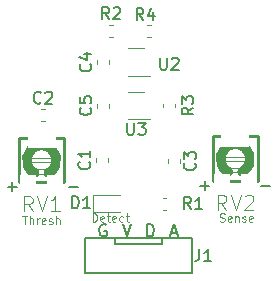
<source format=gto>
G04 #@! TF.GenerationSoftware,KiCad,Pcbnew,(5.1.2)-1*
G04 #@! TF.CreationDate,2021-06-27T22:03:38+09:00*
G04 #@! TF.ProjectId,ls,6c732e6b-6963-4616-945f-706362585858,v1.0*
G04 #@! TF.SameCoordinates,Original*
G04 #@! TF.FileFunction,Legend,Top*
G04 #@! TF.FilePolarity,Positive*
%FSLAX46Y46*%
G04 Gerber Fmt 4.6, Leading zero omitted, Abs format (unit mm)*
G04 Created by KiCad (PCBNEW (5.1.2)-1) date 2021-06-27 22:03:38*
%MOMM*%
%LPD*%
G04 APERTURE LIST*
%ADD10C,0.100000*%
%ADD11C,0.150000*%
%ADD12C,0.120000*%
%ADD13C,0.066040*%
%ADD14C,0.254000*%
%ADD15C,0.812800*%
%ADD16C,0.101600*%
%ADD17C,3.302000*%
%ADD18R,0.752000X0.502000*%
%ADD19R,1.399940X1.501540*%
%ADD20R,2.400700X1.600600*%
%ADD21C,0.977000*%
%ADD22O,1.626000X1.902000*%
G04 APERTURE END LIST*
D10*
X143616666Y-105616666D02*
X143616666Y-104916666D01*
X143783333Y-104916666D01*
X143883333Y-104950000D01*
X143950000Y-105016666D01*
X143983333Y-105083333D01*
X144016666Y-105216666D01*
X144016666Y-105316666D01*
X143983333Y-105450000D01*
X143950000Y-105516666D01*
X143883333Y-105583333D01*
X143783333Y-105616666D01*
X143616666Y-105616666D01*
X144583333Y-105583333D02*
X144516666Y-105616666D01*
X144383333Y-105616666D01*
X144316666Y-105583333D01*
X144283333Y-105516666D01*
X144283333Y-105250000D01*
X144316666Y-105183333D01*
X144383333Y-105150000D01*
X144516666Y-105150000D01*
X144583333Y-105183333D01*
X144616666Y-105250000D01*
X144616666Y-105316666D01*
X144283333Y-105383333D01*
X144816666Y-105150000D02*
X145083333Y-105150000D01*
X144916666Y-104916666D02*
X144916666Y-105516666D01*
X144950000Y-105583333D01*
X145016666Y-105616666D01*
X145083333Y-105616666D01*
X145583333Y-105583333D02*
X145516666Y-105616666D01*
X145383333Y-105616666D01*
X145316666Y-105583333D01*
X145283333Y-105516666D01*
X145283333Y-105250000D01*
X145316666Y-105183333D01*
X145383333Y-105150000D01*
X145516666Y-105150000D01*
X145583333Y-105183333D01*
X145616666Y-105250000D01*
X145616666Y-105316666D01*
X145283333Y-105383333D01*
X146216666Y-105583333D02*
X146150000Y-105616666D01*
X146016666Y-105616666D01*
X145950000Y-105583333D01*
X145916666Y-105550000D01*
X145883333Y-105483333D01*
X145883333Y-105283333D01*
X145916666Y-105216666D01*
X145950000Y-105183333D01*
X146016666Y-105150000D01*
X146150000Y-105150000D01*
X146216666Y-105183333D01*
X146416666Y-105150000D02*
X146683333Y-105150000D01*
X146516666Y-104916666D02*
X146516666Y-105516666D01*
X146550000Y-105583333D01*
X146616666Y-105616666D01*
X146683333Y-105616666D01*
D11*
X141619047Y-102671428D02*
X142380952Y-102671428D01*
X136419047Y-102671428D02*
X137180952Y-102671428D01*
X136800000Y-103052380D02*
X136800000Y-102290476D01*
X157919047Y-102571428D02*
X158680952Y-102571428D01*
X152719047Y-102571428D02*
X153480952Y-102571428D01*
X153100000Y-102952380D02*
X153100000Y-102190476D01*
D10*
X137666666Y-105116666D02*
X138066666Y-105116666D01*
X137866666Y-105816666D02*
X137866666Y-105116666D01*
X138300000Y-105816666D02*
X138300000Y-105116666D01*
X138600000Y-105816666D02*
X138600000Y-105450000D01*
X138566666Y-105383333D01*
X138500000Y-105350000D01*
X138400000Y-105350000D01*
X138333333Y-105383333D01*
X138300000Y-105416666D01*
X138933333Y-105816666D02*
X138933333Y-105350000D01*
X138933333Y-105483333D02*
X138966666Y-105416666D01*
X139000000Y-105383333D01*
X139066666Y-105350000D01*
X139133333Y-105350000D01*
X139633333Y-105783333D02*
X139566666Y-105816666D01*
X139433333Y-105816666D01*
X139366666Y-105783333D01*
X139333333Y-105716666D01*
X139333333Y-105450000D01*
X139366666Y-105383333D01*
X139433333Y-105350000D01*
X139566666Y-105350000D01*
X139633333Y-105383333D01*
X139666666Y-105450000D01*
X139666666Y-105516666D01*
X139333333Y-105583333D01*
X139933333Y-105783333D02*
X140000000Y-105816666D01*
X140133333Y-105816666D01*
X140200000Y-105783333D01*
X140233333Y-105716666D01*
X140233333Y-105683333D01*
X140200000Y-105616666D01*
X140133333Y-105583333D01*
X140033333Y-105583333D01*
X139966666Y-105550000D01*
X139933333Y-105483333D01*
X139933333Y-105450000D01*
X139966666Y-105383333D01*
X140033333Y-105350000D01*
X140133333Y-105350000D01*
X140200000Y-105383333D01*
X140533333Y-105816666D02*
X140533333Y-105116666D01*
X140833333Y-105816666D02*
X140833333Y-105450000D01*
X140800000Y-105383333D01*
X140733333Y-105350000D01*
X140633333Y-105350000D01*
X140566666Y-105383333D01*
X140533333Y-105416666D01*
X154400000Y-105583333D02*
X154500000Y-105616666D01*
X154666666Y-105616666D01*
X154733333Y-105583333D01*
X154766666Y-105550000D01*
X154800000Y-105483333D01*
X154800000Y-105416666D01*
X154766666Y-105350000D01*
X154733333Y-105316666D01*
X154666666Y-105283333D01*
X154533333Y-105250000D01*
X154466666Y-105216666D01*
X154433333Y-105183333D01*
X154400000Y-105116666D01*
X154400000Y-105050000D01*
X154433333Y-104983333D01*
X154466666Y-104950000D01*
X154533333Y-104916666D01*
X154700000Y-104916666D01*
X154800000Y-104950000D01*
X155366666Y-105583333D02*
X155300000Y-105616666D01*
X155166666Y-105616666D01*
X155100000Y-105583333D01*
X155066666Y-105516666D01*
X155066666Y-105250000D01*
X155100000Y-105183333D01*
X155166666Y-105150000D01*
X155300000Y-105150000D01*
X155366666Y-105183333D01*
X155400000Y-105250000D01*
X155400000Y-105316666D01*
X155066666Y-105383333D01*
X155700000Y-105150000D02*
X155700000Y-105616666D01*
X155700000Y-105216666D02*
X155733333Y-105183333D01*
X155800000Y-105150000D01*
X155900000Y-105150000D01*
X155966666Y-105183333D01*
X156000000Y-105250000D01*
X156000000Y-105616666D01*
X156300000Y-105583333D02*
X156366666Y-105616666D01*
X156500000Y-105616666D01*
X156566666Y-105583333D01*
X156600000Y-105516666D01*
X156600000Y-105483333D01*
X156566666Y-105416666D01*
X156500000Y-105383333D01*
X156400000Y-105383333D01*
X156333333Y-105350000D01*
X156300000Y-105283333D01*
X156300000Y-105250000D01*
X156333333Y-105183333D01*
X156400000Y-105150000D01*
X156500000Y-105150000D01*
X156566666Y-105183333D01*
X157166666Y-105583333D02*
X157100000Y-105616666D01*
X156966666Y-105616666D01*
X156900000Y-105583333D01*
X156866666Y-105516666D01*
X156866666Y-105250000D01*
X156900000Y-105183333D01*
X156966666Y-105150000D01*
X157100000Y-105150000D01*
X157166666Y-105183333D01*
X157200000Y-105250000D01*
X157200000Y-105316666D01*
X156866666Y-105383333D01*
D12*
X148000000Y-94640000D02*
X146600000Y-94640000D01*
X146600000Y-96960000D02*
X148500000Y-96960000D01*
X148000000Y-90940000D02*
X146600000Y-90940000D01*
X146600000Y-93260000D02*
X148500000Y-93260000D01*
D13*
X155052300Y-101448080D02*
X156347700Y-101448080D01*
X156347700Y-101448080D02*
X156347700Y-101049300D01*
X155052300Y-101049300D02*
X156347700Y-101049300D01*
X155052300Y-101448080D02*
X155052300Y-101049300D01*
X154650980Y-100449860D02*
X156749020Y-100449860D01*
X156749020Y-100449860D02*
X156749020Y-100150140D01*
X154650980Y-100150140D02*
X156749020Y-100150140D01*
X154650980Y-100449860D02*
X154650980Y-100150140D01*
D14*
X153800080Y-98400080D02*
X153800080Y-102199920D01*
X153800080Y-102199920D02*
X157599920Y-102199920D01*
X157599920Y-102199920D02*
X157599920Y-98400080D01*
X157599920Y-98400080D02*
X153800080Y-98400080D01*
X153800080Y-101448080D02*
X153800080Y-98400080D01*
X153800080Y-98400080D02*
X154351260Y-98400080D01*
X157599920Y-101448080D02*
X157599920Y-98400080D01*
X157599920Y-98400080D02*
X157048740Y-98400080D01*
D15*
X156301669Y-101398602D02*
G75*
G03X155100560Y-101399820I-601669J1098602D01*
G01*
D13*
X138652300Y-101548080D02*
X139947700Y-101548080D01*
X139947700Y-101548080D02*
X139947700Y-101149300D01*
X138652300Y-101149300D02*
X139947700Y-101149300D01*
X138652300Y-101548080D02*
X138652300Y-101149300D01*
X138250980Y-100549860D02*
X140349020Y-100549860D01*
X140349020Y-100549860D02*
X140349020Y-100250140D01*
X138250980Y-100250140D02*
X140349020Y-100250140D01*
X138250980Y-100549860D02*
X138250980Y-100250140D01*
D14*
X137400080Y-98500080D02*
X137400080Y-102299920D01*
X137400080Y-102299920D02*
X141199920Y-102299920D01*
X141199920Y-102299920D02*
X141199920Y-98500080D01*
X141199920Y-98500080D02*
X137400080Y-98500080D01*
X137400080Y-101548080D02*
X137400080Y-98500080D01*
X137400080Y-98500080D02*
X137951260Y-98500080D01*
X141199920Y-101548080D02*
X141199920Y-98500080D01*
X141199920Y-98500080D02*
X140648740Y-98500080D01*
D15*
X139901669Y-101498602D02*
G75*
G03X138700560Y-101499820I-601669J1098602D01*
G01*
D12*
X148550779Y-88990000D02*
X148225221Y-88990000D01*
X148550779Y-90010000D02*
X148225221Y-90010000D01*
X150610000Y-95950279D02*
X150610000Y-95624721D01*
X149590000Y-95950279D02*
X149590000Y-95624721D01*
X145374779Y-88990000D02*
X145049221Y-88990000D01*
X145374779Y-90010000D02*
X145049221Y-90010000D01*
X149549221Y-104610000D02*
X149874779Y-104610000D01*
X149549221Y-103590000D02*
X149874779Y-103590000D01*
D11*
X143000000Y-107000000D02*
X147500000Y-107000000D01*
X143000000Y-110000000D02*
X143000000Y-107000000D01*
X152000000Y-110000000D02*
X143000000Y-110000000D01*
X152000000Y-107000000D02*
X152000000Y-110000000D01*
X147500000Y-107000000D02*
X152000000Y-107000000D01*
X149500000Y-107500000D02*
X149500000Y-107000000D01*
X145500000Y-107500000D02*
X149500000Y-107500000D01*
X145500000Y-107000000D02*
X145500000Y-107500000D01*
D12*
X143627000Y-104835000D02*
X145912000Y-104835000D01*
X143627000Y-103365000D02*
X143627000Y-104835000D01*
X145912000Y-103365000D02*
X143627000Y-103365000D01*
X145010000Y-95962779D02*
X145010000Y-95637221D01*
X143990000Y-95962779D02*
X143990000Y-95637221D01*
X145010000Y-92275279D02*
X145010000Y-91949721D01*
X143990000Y-92275279D02*
X143990000Y-91949721D01*
X151010000Y-100662779D02*
X151010000Y-100337221D01*
X149990000Y-100662779D02*
X149990000Y-100337221D01*
X139249221Y-97110000D02*
X139574779Y-97110000D01*
X139249221Y-96090000D02*
X139574779Y-96090000D01*
X144910000Y-100550779D02*
X144910000Y-100225221D01*
X143890000Y-100550779D02*
X143890000Y-100225221D01*
D11*
X146538095Y-97252380D02*
X146538095Y-98061904D01*
X146585714Y-98157142D01*
X146633333Y-98204761D01*
X146728571Y-98252380D01*
X146919047Y-98252380D01*
X147014285Y-98204761D01*
X147061904Y-98157142D01*
X147109523Y-98061904D01*
X147109523Y-97252380D01*
X147490476Y-97252380D02*
X148109523Y-97252380D01*
X147776190Y-97633333D01*
X147919047Y-97633333D01*
X148014285Y-97680952D01*
X148061904Y-97728571D01*
X148109523Y-97823809D01*
X148109523Y-98061904D01*
X148061904Y-98157142D01*
X148014285Y-98204761D01*
X147919047Y-98252380D01*
X147633333Y-98252380D01*
X147538095Y-98204761D01*
X147490476Y-98157142D01*
X149338095Y-91752380D02*
X149338095Y-92561904D01*
X149385714Y-92657142D01*
X149433333Y-92704761D01*
X149528571Y-92752380D01*
X149719047Y-92752380D01*
X149814285Y-92704761D01*
X149861904Y-92657142D01*
X149909523Y-92561904D01*
X149909523Y-91752380D01*
X150338095Y-91847619D02*
X150385714Y-91800000D01*
X150480952Y-91752380D01*
X150719047Y-91752380D01*
X150814285Y-91800000D01*
X150861904Y-91847619D01*
X150909523Y-91942857D01*
X150909523Y-92038095D01*
X150861904Y-92180952D01*
X150290476Y-92752380D01*
X150909523Y-92752380D01*
D16*
X154944047Y-104624523D02*
X154520714Y-104019761D01*
X154218333Y-104624523D02*
X154218333Y-103354523D01*
X154702142Y-103354523D01*
X154823095Y-103415000D01*
X154883571Y-103475476D01*
X154944047Y-103596428D01*
X154944047Y-103777857D01*
X154883571Y-103898809D01*
X154823095Y-103959285D01*
X154702142Y-104019761D01*
X154218333Y-104019761D01*
X155306904Y-103354523D02*
X155730238Y-104624523D01*
X156153571Y-103354523D01*
X156516428Y-103475476D02*
X156576904Y-103415000D01*
X156697857Y-103354523D01*
X157000238Y-103354523D01*
X157121190Y-103415000D01*
X157181666Y-103475476D01*
X157242142Y-103596428D01*
X157242142Y-103717380D01*
X157181666Y-103898809D01*
X156455952Y-104624523D01*
X157242142Y-104624523D01*
X138544047Y-104724523D02*
X138120714Y-104119761D01*
X137818333Y-104724523D02*
X137818333Y-103454523D01*
X138302142Y-103454523D01*
X138423095Y-103515000D01*
X138483571Y-103575476D01*
X138544047Y-103696428D01*
X138544047Y-103877857D01*
X138483571Y-103998809D01*
X138423095Y-104059285D01*
X138302142Y-104119761D01*
X137818333Y-104119761D01*
X138906904Y-103454523D02*
X139330238Y-104724523D01*
X139753571Y-103454523D01*
X140842142Y-104724523D02*
X140116428Y-104724523D01*
X140479285Y-104724523D02*
X140479285Y-103454523D01*
X140358333Y-103635952D01*
X140237380Y-103756904D01*
X140116428Y-103817380D01*
D11*
X147921333Y-88552380D02*
X147588000Y-88076190D01*
X147349904Y-88552380D02*
X147349904Y-87552380D01*
X147730857Y-87552380D01*
X147826095Y-87600000D01*
X147873714Y-87647619D01*
X147921333Y-87742857D01*
X147921333Y-87885714D01*
X147873714Y-87980952D01*
X147826095Y-88028571D01*
X147730857Y-88076190D01*
X147349904Y-88076190D01*
X148778476Y-87885714D02*
X148778476Y-88552380D01*
X148540380Y-87504761D02*
X148302285Y-88219047D01*
X148921333Y-88219047D01*
X152152380Y-95954166D02*
X151676190Y-96287500D01*
X152152380Y-96525595D02*
X151152380Y-96525595D01*
X151152380Y-96144642D01*
X151200000Y-96049404D01*
X151247619Y-96001785D01*
X151342857Y-95954166D01*
X151485714Y-95954166D01*
X151580952Y-96001785D01*
X151628571Y-96049404D01*
X151676190Y-96144642D01*
X151676190Y-96525595D01*
X151152380Y-95620833D02*
X151152380Y-95001785D01*
X151533333Y-95335119D01*
X151533333Y-95192261D01*
X151580952Y-95097023D01*
X151628571Y-95049404D01*
X151723809Y-95001785D01*
X151961904Y-95001785D01*
X152057142Y-95049404D01*
X152104761Y-95097023D01*
X152152380Y-95192261D01*
X152152380Y-95477976D01*
X152104761Y-95573214D01*
X152057142Y-95620833D01*
X145032833Y-88452380D02*
X144699500Y-87976190D01*
X144461404Y-88452380D02*
X144461404Y-87452380D01*
X144842357Y-87452380D01*
X144937595Y-87500000D01*
X144985214Y-87547619D01*
X145032833Y-87642857D01*
X145032833Y-87785714D01*
X144985214Y-87880952D01*
X144937595Y-87928571D01*
X144842357Y-87976190D01*
X144461404Y-87976190D01*
X145413785Y-87547619D02*
X145461404Y-87500000D01*
X145556642Y-87452380D01*
X145794738Y-87452380D01*
X145889976Y-87500000D01*
X145937595Y-87547619D01*
X145985214Y-87642857D01*
X145985214Y-87738095D01*
X145937595Y-87880952D01*
X145366166Y-88452380D01*
X145985214Y-88452380D01*
X151945333Y-104542380D02*
X151612000Y-104066190D01*
X151373904Y-104542380D02*
X151373904Y-103542380D01*
X151754857Y-103542380D01*
X151850095Y-103590000D01*
X151897714Y-103637619D01*
X151945333Y-103732857D01*
X151945333Y-103875714D01*
X151897714Y-103970952D01*
X151850095Y-104018571D01*
X151754857Y-104066190D01*
X151373904Y-104066190D01*
X152897714Y-104542380D02*
X152326285Y-104542380D01*
X152612000Y-104542380D02*
X152612000Y-103542380D01*
X152516761Y-103685238D01*
X152421523Y-103780476D01*
X152326285Y-103828095D01*
X152666666Y-107952380D02*
X152666666Y-108666666D01*
X152619047Y-108809523D01*
X152523809Y-108904761D01*
X152380952Y-108952380D01*
X152285714Y-108952380D01*
X153666666Y-108952380D02*
X153095238Y-108952380D01*
X153380952Y-108952380D02*
X153380952Y-107952380D01*
X153285714Y-108095238D01*
X153190476Y-108190476D01*
X153095238Y-108238095D01*
X144761904Y-105900000D02*
X144666666Y-105852380D01*
X144523809Y-105852380D01*
X144380952Y-105900000D01*
X144285714Y-105995238D01*
X144238095Y-106090476D01*
X144190476Y-106280952D01*
X144190476Y-106423809D01*
X144238095Y-106614285D01*
X144285714Y-106709523D01*
X144380952Y-106804761D01*
X144523809Y-106852380D01*
X144619047Y-106852380D01*
X144761904Y-106804761D01*
X144809523Y-106757142D01*
X144809523Y-106423809D01*
X144619047Y-106423809D01*
X146166666Y-105852380D02*
X146500000Y-106852380D01*
X146833333Y-105852380D01*
X148238095Y-106852380D02*
X148238095Y-105852380D01*
X148476190Y-105852380D01*
X148619047Y-105900000D01*
X148714285Y-105995238D01*
X148761904Y-106090476D01*
X148809523Y-106280952D01*
X148809523Y-106423809D01*
X148761904Y-106614285D01*
X148714285Y-106709523D01*
X148619047Y-106804761D01*
X148476190Y-106852380D01*
X148238095Y-106852380D01*
X150261904Y-106566666D02*
X150738095Y-106566666D01*
X150166666Y-106852380D02*
X150500000Y-105852380D01*
X150833333Y-106852380D01*
X141883904Y-104472380D02*
X141883904Y-103472380D01*
X142122000Y-103472380D01*
X142264857Y-103520000D01*
X142360095Y-103615238D01*
X142407714Y-103710476D01*
X142455333Y-103900952D01*
X142455333Y-104043809D01*
X142407714Y-104234285D01*
X142360095Y-104329523D01*
X142264857Y-104424761D01*
X142122000Y-104472380D01*
X141883904Y-104472380D01*
X143407714Y-104472380D02*
X142836285Y-104472380D01*
X143122000Y-104472380D02*
X143122000Y-103472380D01*
X143026761Y-103615238D01*
X142931523Y-103710476D01*
X142836285Y-103758095D01*
X143427142Y-95966666D02*
X143474761Y-96014285D01*
X143522380Y-96157142D01*
X143522380Y-96252380D01*
X143474761Y-96395238D01*
X143379523Y-96490476D01*
X143284285Y-96538095D01*
X143093809Y-96585714D01*
X142950952Y-96585714D01*
X142760476Y-96538095D01*
X142665238Y-96490476D01*
X142570000Y-96395238D01*
X142522380Y-96252380D01*
X142522380Y-96157142D01*
X142570000Y-96014285D01*
X142617619Y-95966666D01*
X142522380Y-95061904D02*
X142522380Y-95538095D01*
X142998571Y-95585714D01*
X142950952Y-95538095D01*
X142903333Y-95442857D01*
X142903333Y-95204761D01*
X142950952Y-95109523D01*
X142998571Y-95061904D01*
X143093809Y-95014285D01*
X143331904Y-95014285D01*
X143427142Y-95061904D01*
X143474761Y-95109523D01*
X143522380Y-95204761D01*
X143522380Y-95442857D01*
X143474761Y-95538095D01*
X143427142Y-95585714D01*
X143427142Y-92279166D02*
X143474761Y-92326785D01*
X143522380Y-92469642D01*
X143522380Y-92564880D01*
X143474761Y-92707738D01*
X143379523Y-92802976D01*
X143284285Y-92850595D01*
X143093809Y-92898214D01*
X142950952Y-92898214D01*
X142760476Y-92850595D01*
X142665238Y-92802976D01*
X142570000Y-92707738D01*
X142522380Y-92564880D01*
X142522380Y-92469642D01*
X142570000Y-92326785D01*
X142617619Y-92279166D01*
X142855714Y-91422023D02*
X143522380Y-91422023D01*
X142474761Y-91660119D02*
X143189047Y-91898214D01*
X143189047Y-91279166D01*
X152257142Y-100666666D02*
X152304761Y-100714285D01*
X152352380Y-100857142D01*
X152352380Y-100952380D01*
X152304761Y-101095238D01*
X152209523Y-101190476D01*
X152114285Y-101238095D01*
X151923809Y-101285714D01*
X151780952Y-101285714D01*
X151590476Y-101238095D01*
X151495238Y-101190476D01*
X151400000Y-101095238D01*
X151352380Y-100952380D01*
X151352380Y-100857142D01*
X151400000Y-100714285D01*
X151447619Y-100666666D01*
X151352380Y-100333333D02*
X151352380Y-99714285D01*
X151733333Y-100047619D01*
X151733333Y-99904761D01*
X151780952Y-99809523D01*
X151828571Y-99761904D01*
X151923809Y-99714285D01*
X152161904Y-99714285D01*
X152257142Y-99761904D01*
X152304761Y-99809523D01*
X152352380Y-99904761D01*
X152352380Y-100190476D01*
X152304761Y-100285714D01*
X152257142Y-100333333D01*
X139245333Y-95527142D02*
X139197714Y-95574761D01*
X139054857Y-95622380D01*
X138959619Y-95622380D01*
X138816761Y-95574761D01*
X138721523Y-95479523D01*
X138673904Y-95384285D01*
X138626285Y-95193809D01*
X138626285Y-95050952D01*
X138673904Y-94860476D01*
X138721523Y-94765238D01*
X138816761Y-94670000D01*
X138959619Y-94622380D01*
X139054857Y-94622380D01*
X139197714Y-94670000D01*
X139245333Y-94717619D01*
X139626285Y-94717619D02*
X139673904Y-94670000D01*
X139769142Y-94622380D01*
X140007238Y-94622380D01*
X140102476Y-94670000D01*
X140150095Y-94717619D01*
X140197714Y-94812857D01*
X140197714Y-94908095D01*
X140150095Y-95050952D01*
X139578666Y-95622380D01*
X140197714Y-95622380D01*
X143327142Y-100554666D02*
X143374761Y-100602285D01*
X143422380Y-100745142D01*
X143422380Y-100840380D01*
X143374761Y-100983238D01*
X143279523Y-101078476D01*
X143184285Y-101126095D01*
X142993809Y-101173714D01*
X142850952Y-101173714D01*
X142660476Y-101126095D01*
X142565238Y-101078476D01*
X142470000Y-100983238D01*
X142422380Y-100840380D01*
X142422380Y-100745142D01*
X142470000Y-100602285D01*
X142517619Y-100554666D01*
X143422380Y-99602285D02*
X143422380Y-100173714D01*
X143422380Y-99888000D02*
X142422380Y-99888000D01*
X142565238Y-99983238D01*
X142660476Y-100078476D01*
X142708095Y-100173714D01*
%LPC*%
D17*
X157000000Y-112000000D03*
X157000000Y-88000000D03*
X138000000Y-112000000D03*
X138000000Y-88000000D03*
D18*
X146350000Y-96450000D03*
X146350000Y-95150000D03*
X148250000Y-95800000D03*
X148250000Y-95150000D03*
X148250000Y-96450000D03*
X146350000Y-92750000D03*
X146350000Y-91450000D03*
X148250000Y-92100000D03*
X148250000Y-91450000D03*
X148250000Y-92750000D03*
D19*
X154551920Y-102349780D03*
D20*
X155700000Y-98501680D03*
D19*
X156848080Y-102349780D03*
X138151920Y-102449780D03*
D20*
X139300000Y-98601680D03*
D19*
X140448080Y-102449780D03*
D10*
G36*
X147868691Y-88975176D02*
G01*
X147892401Y-88978693D01*
X147915652Y-88984517D01*
X147938220Y-88992592D01*
X147959889Y-89002841D01*
X147980448Y-89015164D01*
X147999701Y-89029442D01*
X148017461Y-89045539D01*
X148033558Y-89063299D01*
X148047836Y-89082552D01*
X148060159Y-89103111D01*
X148070408Y-89124780D01*
X148078483Y-89147348D01*
X148084307Y-89170599D01*
X148087824Y-89194309D01*
X148089000Y-89218250D01*
X148089000Y-89781750D01*
X148087824Y-89805691D01*
X148084307Y-89829401D01*
X148078483Y-89852652D01*
X148070408Y-89875220D01*
X148060159Y-89896889D01*
X148047836Y-89917448D01*
X148033558Y-89936701D01*
X148017461Y-89954461D01*
X147999701Y-89970558D01*
X147980448Y-89984836D01*
X147959889Y-89997159D01*
X147938220Y-90007408D01*
X147915652Y-90015483D01*
X147892401Y-90021307D01*
X147868691Y-90024824D01*
X147844750Y-90026000D01*
X147356250Y-90026000D01*
X147332309Y-90024824D01*
X147308599Y-90021307D01*
X147285348Y-90015483D01*
X147262780Y-90007408D01*
X147241111Y-89997159D01*
X147220552Y-89984836D01*
X147201299Y-89970558D01*
X147183539Y-89954461D01*
X147167442Y-89936701D01*
X147153164Y-89917448D01*
X147140841Y-89896889D01*
X147130592Y-89875220D01*
X147122517Y-89852652D01*
X147116693Y-89829401D01*
X147113176Y-89805691D01*
X147112000Y-89781750D01*
X147112000Y-89218250D01*
X147113176Y-89194309D01*
X147116693Y-89170599D01*
X147122517Y-89147348D01*
X147130592Y-89124780D01*
X147140841Y-89103111D01*
X147153164Y-89082552D01*
X147167442Y-89063299D01*
X147183539Y-89045539D01*
X147201299Y-89029442D01*
X147220552Y-89015164D01*
X147241111Y-89002841D01*
X147262780Y-88992592D01*
X147285348Y-88984517D01*
X147308599Y-88978693D01*
X147332309Y-88975176D01*
X147356250Y-88974000D01*
X147844750Y-88974000D01*
X147868691Y-88975176D01*
X147868691Y-88975176D01*
G37*
D21*
X147600500Y-89500000D03*
D10*
G36*
X149443691Y-88975176D02*
G01*
X149467401Y-88978693D01*
X149490652Y-88984517D01*
X149513220Y-88992592D01*
X149534889Y-89002841D01*
X149555448Y-89015164D01*
X149574701Y-89029442D01*
X149592461Y-89045539D01*
X149608558Y-89063299D01*
X149622836Y-89082552D01*
X149635159Y-89103111D01*
X149645408Y-89124780D01*
X149653483Y-89147348D01*
X149659307Y-89170599D01*
X149662824Y-89194309D01*
X149664000Y-89218250D01*
X149664000Y-89781750D01*
X149662824Y-89805691D01*
X149659307Y-89829401D01*
X149653483Y-89852652D01*
X149645408Y-89875220D01*
X149635159Y-89896889D01*
X149622836Y-89917448D01*
X149608558Y-89936701D01*
X149592461Y-89954461D01*
X149574701Y-89970558D01*
X149555448Y-89984836D01*
X149534889Y-89997159D01*
X149513220Y-90007408D01*
X149490652Y-90015483D01*
X149467401Y-90021307D01*
X149443691Y-90024824D01*
X149419750Y-90026000D01*
X148931250Y-90026000D01*
X148907309Y-90024824D01*
X148883599Y-90021307D01*
X148860348Y-90015483D01*
X148837780Y-90007408D01*
X148816111Y-89997159D01*
X148795552Y-89984836D01*
X148776299Y-89970558D01*
X148758539Y-89954461D01*
X148742442Y-89936701D01*
X148728164Y-89917448D01*
X148715841Y-89896889D01*
X148705592Y-89875220D01*
X148697517Y-89852652D01*
X148691693Y-89829401D01*
X148688176Y-89805691D01*
X148687000Y-89781750D01*
X148687000Y-89218250D01*
X148688176Y-89194309D01*
X148691693Y-89170599D01*
X148697517Y-89147348D01*
X148705592Y-89124780D01*
X148715841Y-89103111D01*
X148728164Y-89082552D01*
X148742442Y-89063299D01*
X148758539Y-89045539D01*
X148776299Y-89029442D01*
X148795552Y-89015164D01*
X148816111Y-89002841D01*
X148837780Y-88992592D01*
X148860348Y-88984517D01*
X148883599Y-88978693D01*
X148907309Y-88975176D01*
X148931250Y-88974000D01*
X149419750Y-88974000D01*
X149443691Y-88975176D01*
X149443691Y-88975176D01*
G37*
D21*
X149175500Y-89500000D03*
D10*
G36*
X150405691Y-94512676D02*
G01*
X150429401Y-94516193D01*
X150452652Y-94522017D01*
X150475220Y-94530092D01*
X150496889Y-94540341D01*
X150517448Y-94552664D01*
X150536701Y-94566942D01*
X150554461Y-94583039D01*
X150570558Y-94600799D01*
X150584836Y-94620052D01*
X150597159Y-94640611D01*
X150607408Y-94662280D01*
X150615483Y-94684848D01*
X150621307Y-94708099D01*
X150624824Y-94731809D01*
X150626000Y-94755750D01*
X150626000Y-95244250D01*
X150624824Y-95268191D01*
X150621307Y-95291901D01*
X150615483Y-95315152D01*
X150607408Y-95337720D01*
X150597159Y-95359389D01*
X150584836Y-95379948D01*
X150570558Y-95399201D01*
X150554461Y-95416961D01*
X150536701Y-95433058D01*
X150517448Y-95447336D01*
X150496889Y-95459659D01*
X150475220Y-95469908D01*
X150452652Y-95477983D01*
X150429401Y-95483807D01*
X150405691Y-95487324D01*
X150381750Y-95488500D01*
X149818250Y-95488500D01*
X149794309Y-95487324D01*
X149770599Y-95483807D01*
X149747348Y-95477983D01*
X149724780Y-95469908D01*
X149703111Y-95459659D01*
X149682552Y-95447336D01*
X149663299Y-95433058D01*
X149645539Y-95416961D01*
X149629442Y-95399201D01*
X149615164Y-95379948D01*
X149602841Y-95359389D01*
X149592592Y-95337720D01*
X149584517Y-95315152D01*
X149578693Y-95291901D01*
X149575176Y-95268191D01*
X149574000Y-95244250D01*
X149574000Y-94755750D01*
X149575176Y-94731809D01*
X149578693Y-94708099D01*
X149584517Y-94684848D01*
X149592592Y-94662280D01*
X149602841Y-94640611D01*
X149615164Y-94620052D01*
X149629442Y-94600799D01*
X149645539Y-94583039D01*
X149663299Y-94566942D01*
X149682552Y-94552664D01*
X149703111Y-94540341D01*
X149724780Y-94530092D01*
X149747348Y-94522017D01*
X149770599Y-94516193D01*
X149794309Y-94512676D01*
X149818250Y-94511500D01*
X150381750Y-94511500D01*
X150405691Y-94512676D01*
X150405691Y-94512676D01*
G37*
D21*
X150100000Y-95000000D03*
D10*
G36*
X150405691Y-96087676D02*
G01*
X150429401Y-96091193D01*
X150452652Y-96097017D01*
X150475220Y-96105092D01*
X150496889Y-96115341D01*
X150517448Y-96127664D01*
X150536701Y-96141942D01*
X150554461Y-96158039D01*
X150570558Y-96175799D01*
X150584836Y-96195052D01*
X150597159Y-96215611D01*
X150607408Y-96237280D01*
X150615483Y-96259848D01*
X150621307Y-96283099D01*
X150624824Y-96306809D01*
X150626000Y-96330750D01*
X150626000Y-96819250D01*
X150624824Y-96843191D01*
X150621307Y-96866901D01*
X150615483Y-96890152D01*
X150607408Y-96912720D01*
X150597159Y-96934389D01*
X150584836Y-96954948D01*
X150570558Y-96974201D01*
X150554461Y-96991961D01*
X150536701Y-97008058D01*
X150517448Y-97022336D01*
X150496889Y-97034659D01*
X150475220Y-97044908D01*
X150452652Y-97052983D01*
X150429401Y-97058807D01*
X150405691Y-97062324D01*
X150381750Y-97063500D01*
X149818250Y-97063500D01*
X149794309Y-97062324D01*
X149770599Y-97058807D01*
X149747348Y-97052983D01*
X149724780Y-97044908D01*
X149703111Y-97034659D01*
X149682552Y-97022336D01*
X149663299Y-97008058D01*
X149645539Y-96991961D01*
X149629442Y-96974201D01*
X149615164Y-96954948D01*
X149602841Y-96934389D01*
X149592592Y-96912720D01*
X149584517Y-96890152D01*
X149578693Y-96866901D01*
X149575176Y-96843191D01*
X149574000Y-96819250D01*
X149574000Y-96330750D01*
X149575176Y-96306809D01*
X149578693Y-96283099D01*
X149584517Y-96259848D01*
X149592592Y-96237280D01*
X149602841Y-96215611D01*
X149615164Y-96195052D01*
X149629442Y-96175799D01*
X149645539Y-96158039D01*
X149663299Y-96141942D01*
X149682552Y-96127664D01*
X149703111Y-96115341D01*
X149724780Y-96105092D01*
X149747348Y-96097017D01*
X149770599Y-96091193D01*
X149794309Y-96087676D01*
X149818250Y-96086500D01*
X150381750Y-96086500D01*
X150405691Y-96087676D01*
X150405691Y-96087676D01*
G37*
D21*
X150100000Y-96575000D03*
D10*
G36*
X144692691Y-88975176D02*
G01*
X144716401Y-88978693D01*
X144739652Y-88984517D01*
X144762220Y-88992592D01*
X144783889Y-89002841D01*
X144804448Y-89015164D01*
X144823701Y-89029442D01*
X144841461Y-89045539D01*
X144857558Y-89063299D01*
X144871836Y-89082552D01*
X144884159Y-89103111D01*
X144894408Y-89124780D01*
X144902483Y-89147348D01*
X144908307Y-89170599D01*
X144911824Y-89194309D01*
X144913000Y-89218250D01*
X144913000Y-89781750D01*
X144911824Y-89805691D01*
X144908307Y-89829401D01*
X144902483Y-89852652D01*
X144894408Y-89875220D01*
X144884159Y-89896889D01*
X144871836Y-89917448D01*
X144857558Y-89936701D01*
X144841461Y-89954461D01*
X144823701Y-89970558D01*
X144804448Y-89984836D01*
X144783889Y-89997159D01*
X144762220Y-90007408D01*
X144739652Y-90015483D01*
X144716401Y-90021307D01*
X144692691Y-90024824D01*
X144668750Y-90026000D01*
X144180250Y-90026000D01*
X144156309Y-90024824D01*
X144132599Y-90021307D01*
X144109348Y-90015483D01*
X144086780Y-90007408D01*
X144065111Y-89997159D01*
X144044552Y-89984836D01*
X144025299Y-89970558D01*
X144007539Y-89954461D01*
X143991442Y-89936701D01*
X143977164Y-89917448D01*
X143964841Y-89896889D01*
X143954592Y-89875220D01*
X143946517Y-89852652D01*
X143940693Y-89829401D01*
X143937176Y-89805691D01*
X143936000Y-89781750D01*
X143936000Y-89218250D01*
X143937176Y-89194309D01*
X143940693Y-89170599D01*
X143946517Y-89147348D01*
X143954592Y-89124780D01*
X143964841Y-89103111D01*
X143977164Y-89082552D01*
X143991442Y-89063299D01*
X144007539Y-89045539D01*
X144025299Y-89029442D01*
X144044552Y-89015164D01*
X144065111Y-89002841D01*
X144086780Y-88992592D01*
X144109348Y-88984517D01*
X144132599Y-88978693D01*
X144156309Y-88975176D01*
X144180250Y-88974000D01*
X144668750Y-88974000D01*
X144692691Y-88975176D01*
X144692691Y-88975176D01*
G37*
D21*
X144424500Y-89500000D03*
D10*
G36*
X146267691Y-88975176D02*
G01*
X146291401Y-88978693D01*
X146314652Y-88984517D01*
X146337220Y-88992592D01*
X146358889Y-89002841D01*
X146379448Y-89015164D01*
X146398701Y-89029442D01*
X146416461Y-89045539D01*
X146432558Y-89063299D01*
X146446836Y-89082552D01*
X146459159Y-89103111D01*
X146469408Y-89124780D01*
X146477483Y-89147348D01*
X146483307Y-89170599D01*
X146486824Y-89194309D01*
X146488000Y-89218250D01*
X146488000Y-89781750D01*
X146486824Y-89805691D01*
X146483307Y-89829401D01*
X146477483Y-89852652D01*
X146469408Y-89875220D01*
X146459159Y-89896889D01*
X146446836Y-89917448D01*
X146432558Y-89936701D01*
X146416461Y-89954461D01*
X146398701Y-89970558D01*
X146379448Y-89984836D01*
X146358889Y-89997159D01*
X146337220Y-90007408D01*
X146314652Y-90015483D01*
X146291401Y-90021307D01*
X146267691Y-90024824D01*
X146243750Y-90026000D01*
X145755250Y-90026000D01*
X145731309Y-90024824D01*
X145707599Y-90021307D01*
X145684348Y-90015483D01*
X145661780Y-90007408D01*
X145640111Y-89997159D01*
X145619552Y-89984836D01*
X145600299Y-89970558D01*
X145582539Y-89954461D01*
X145566442Y-89936701D01*
X145552164Y-89917448D01*
X145539841Y-89896889D01*
X145529592Y-89875220D01*
X145521517Y-89852652D01*
X145515693Y-89829401D01*
X145512176Y-89805691D01*
X145511000Y-89781750D01*
X145511000Y-89218250D01*
X145512176Y-89194309D01*
X145515693Y-89170599D01*
X145521517Y-89147348D01*
X145529592Y-89124780D01*
X145539841Y-89103111D01*
X145552164Y-89082552D01*
X145566442Y-89063299D01*
X145582539Y-89045539D01*
X145600299Y-89029442D01*
X145619552Y-89015164D01*
X145640111Y-89002841D01*
X145661780Y-88992592D01*
X145684348Y-88984517D01*
X145707599Y-88978693D01*
X145731309Y-88975176D01*
X145755250Y-88974000D01*
X146243750Y-88974000D01*
X146267691Y-88975176D01*
X146267691Y-88975176D01*
G37*
D21*
X145999500Y-89500000D03*
D10*
G36*
X150767691Y-103575176D02*
G01*
X150791401Y-103578693D01*
X150814652Y-103584517D01*
X150837220Y-103592592D01*
X150858889Y-103602841D01*
X150879448Y-103615164D01*
X150898701Y-103629442D01*
X150916461Y-103645539D01*
X150932558Y-103663299D01*
X150946836Y-103682552D01*
X150959159Y-103703111D01*
X150969408Y-103724780D01*
X150977483Y-103747348D01*
X150983307Y-103770599D01*
X150986824Y-103794309D01*
X150988000Y-103818250D01*
X150988000Y-104381750D01*
X150986824Y-104405691D01*
X150983307Y-104429401D01*
X150977483Y-104452652D01*
X150969408Y-104475220D01*
X150959159Y-104496889D01*
X150946836Y-104517448D01*
X150932558Y-104536701D01*
X150916461Y-104554461D01*
X150898701Y-104570558D01*
X150879448Y-104584836D01*
X150858889Y-104597159D01*
X150837220Y-104607408D01*
X150814652Y-104615483D01*
X150791401Y-104621307D01*
X150767691Y-104624824D01*
X150743750Y-104626000D01*
X150255250Y-104626000D01*
X150231309Y-104624824D01*
X150207599Y-104621307D01*
X150184348Y-104615483D01*
X150161780Y-104607408D01*
X150140111Y-104597159D01*
X150119552Y-104584836D01*
X150100299Y-104570558D01*
X150082539Y-104554461D01*
X150066442Y-104536701D01*
X150052164Y-104517448D01*
X150039841Y-104496889D01*
X150029592Y-104475220D01*
X150021517Y-104452652D01*
X150015693Y-104429401D01*
X150012176Y-104405691D01*
X150011000Y-104381750D01*
X150011000Y-103818250D01*
X150012176Y-103794309D01*
X150015693Y-103770599D01*
X150021517Y-103747348D01*
X150029592Y-103724780D01*
X150039841Y-103703111D01*
X150052164Y-103682552D01*
X150066442Y-103663299D01*
X150082539Y-103645539D01*
X150100299Y-103629442D01*
X150119552Y-103615164D01*
X150140111Y-103602841D01*
X150161780Y-103592592D01*
X150184348Y-103584517D01*
X150207599Y-103578693D01*
X150231309Y-103575176D01*
X150255250Y-103574000D01*
X150743750Y-103574000D01*
X150767691Y-103575176D01*
X150767691Y-103575176D01*
G37*
D21*
X150499500Y-104100000D03*
D10*
G36*
X149192691Y-103575176D02*
G01*
X149216401Y-103578693D01*
X149239652Y-103584517D01*
X149262220Y-103592592D01*
X149283889Y-103602841D01*
X149304448Y-103615164D01*
X149323701Y-103629442D01*
X149341461Y-103645539D01*
X149357558Y-103663299D01*
X149371836Y-103682552D01*
X149384159Y-103703111D01*
X149394408Y-103724780D01*
X149402483Y-103747348D01*
X149408307Y-103770599D01*
X149411824Y-103794309D01*
X149413000Y-103818250D01*
X149413000Y-104381750D01*
X149411824Y-104405691D01*
X149408307Y-104429401D01*
X149402483Y-104452652D01*
X149394408Y-104475220D01*
X149384159Y-104496889D01*
X149371836Y-104517448D01*
X149357558Y-104536701D01*
X149341461Y-104554461D01*
X149323701Y-104570558D01*
X149304448Y-104584836D01*
X149283889Y-104597159D01*
X149262220Y-104607408D01*
X149239652Y-104615483D01*
X149216401Y-104621307D01*
X149192691Y-104624824D01*
X149168750Y-104626000D01*
X148680250Y-104626000D01*
X148656309Y-104624824D01*
X148632599Y-104621307D01*
X148609348Y-104615483D01*
X148586780Y-104607408D01*
X148565111Y-104597159D01*
X148544552Y-104584836D01*
X148525299Y-104570558D01*
X148507539Y-104554461D01*
X148491442Y-104536701D01*
X148477164Y-104517448D01*
X148464841Y-104496889D01*
X148454592Y-104475220D01*
X148446517Y-104452652D01*
X148440693Y-104429401D01*
X148437176Y-104405691D01*
X148436000Y-104381750D01*
X148436000Y-103818250D01*
X148437176Y-103794309D01*
X148440693Y-103770599D01*
X148446517Y-103747348D01*
X148454592Y-103724780D01*
X148464841Y-103703111D01*
X148477164Y-103682552D01*
X148491442Y-103663299D01*
X148507539Y-103645539D01*
X148525299Y-103629442D01*
X148544552Y-103615164D01*
X148565111Y-103602841D01*
X148586780Y-103592592D01*
X148609348Y-103584517D01*
X148632599Y-103578693D01*
X148656309Y-103575176D01*
X148680250Y-103574000D01*
X149168750Y-103574000D01*
X149192691Y-103575176D01*
X149192691Y-103575176D01*
G37*
D21*
X148924500Y-104100000D03*
D22*
X144500000Y-108500000D03*
X146500000Y-108500000D03*
X148500000Y-108500000D03*
X150500000Y-108500000D03*
D10*
G36*
X146167691Y-103575176D02*
G01*
X146191401Y-103578693D01*
X146214652Y-103584517D01*
X146237220Y-103592592D01*
X146258889Y-103602841D01*
X146279448Y-103615164D01*
X146298701Y-103629442D01*
X146316461Y-103645539D01*
X146332558Y-103663299D01*
X146346836Y-103682552D01*
X146359159Y-103703111D01*
X146369408Y-103724780D01*
X146377483Y-103747348D01*
X146383307Y-103770599D01*
X146386824Y-103794309D01*
X146388000Y-103818250D01*
X146388000Y-104381750D01*
X146386824Y-104405691D01*
X146383307Y-104429401D01*
X146377483Y-104452652D01*
X146369408Y-104475220D01*
X146359159Y-104496889D01*
X146346836Y-104517448D01*
X146332558Y-104536701D01*
X146316461Y-104554461D01*
X146298701Y-104570558D01*
X146279448Y-104584836D01*
X146258889Y-104597159D01*
X146237220Y-104607408D01*
X146214652Y-104615483D01*
X146191401Y-104621307D01*
X146167691Y-104624824D01*
X146143750Y-104626000D01*
X145655250Y-104626000D01*
X145631309Y-104624824D01*
X145607599Y-104621307D01*
X145584348Y-104615483D01*
X145561780Y-104607408D01*
X145540111Y-104597159D01*
X145519552Y-104584836D01*
X145500299Y-104570558D01*
X145482539Y-104554461D01*
X145466442Y-104536701D01*
X145452164Y-104517448D01*
X145439841Y-104496889D01*
X145429592Y-104475220D01*
X145421517Y-104452652D01*
X145415693Y-104429401D01*
X145412176Y-104405691D01*
X145411000Y-104381750D01*
X145411000Y-103818250D01*
X145412176Y-103794309D01*
X145415693Y-103770599D01*
X145421517Y-103747348D01*
X145429592Y-103724780D01*
X145439841Y-103703111D01*
X145452164Y-103682552D01*
X145466442Y-103663299D01*
X145482539Y-103645539D01*
X145500299Y-103629442D01*
X145519552Y-103615164D01*
X145540111Y-103602841D01*
X145561780Y-103592592D01*
X145584348Y-103584517D01*
X145607599Y-103578693D01*
X145631309Y-103575176D01*
X145655250Y-103574000D01*
X146143750Y-103574000D01*
X146167691Y-103575176D01*
X146167691Y-103575176D01*
G37*
D21*
X145899500Y-104100000D03*
D10*
G36*
X144592691Y-103575176D02*
G01*
X144616401Y-103578693D01*
X144639652Y-103584517D01*
X144662220Y-103592592D01*
X144683889Y-103602841D01*
X144704448Y-103615164D01*
X144723701Y-103629442D01*
X144741461Y-103645539D01*
X144757558Y-103663299D01*
X144771836Y-103682552D01*
X144784159Y-103703111D01*
X144794408Y-103724780D01*
X144802483Y-103747348D01*
X144808307Y-103770599D01*
X144811824Y-103794309D01*
X144813000Y-103818250D01*
X144813000Y-104381750D01*
X144811824Y-104405691D01*
X144808307Y-104429401D01*
X144802483Y-104452652D01*
X144794408Y-104475220D01*
X144784159Y-104496889D01*
X144771836Y-104517448D01*
X144757558Y-104536701D01*
X144741461Y-104554461D01*
X144723701Y-104570558D01*
X144704448Y-104584836D01*
X144683889Y-104597159D01*
X144662220Y-104607408D01*
X144639652Y-104615483D01*
X144616401Y-104621307D01*
X144592691Y-104624824D01*
X144568750Y-104626000D01*
X144080250Y-104626000D01*
X144056309Y-104624824D01*
X144032599Y-104621307D01*
X144009348Y-104615483D01*
X143986780Y-104607408D01*
X143965111Y-104597159D01*
X143944552Y-104584836D01*
X143925299Y-104570558D01*
X143907539Y-104554461D01*
X143891442Y-104536701D01*
X143877164Y-104517448D01*
X143864841Y-104496889D01*
X143854592Y-104475220D01*
X143846517Y-104452652D01*
X143840693Y-104429401D01*
X143837176Y-104405691D01*
X143836000Y-104381750D01*
X143836000Y-103818250D01*
X143837176Y-103794309D01*
X143840693Y-103770599D01*
X143846517Y-103747348D01*
X143854592Y-103724780D01*
X143864841Y-103703111D01*
X143877164Y-103682552D01*
X143891442Y-103663299D01*
X143907539Y-103645539D01*
X143925299Y-103629442D01*
X143944552Y-103615164D01*
X143965111Y-103602841D01*
X143986780Y-103592592D01*
X144009348Y-103584517D01*
X144032599Y-103578693D01*
X144056309Y-103575176D01*
X144080250Y-103574000D01*
X144568750Y-103574000D01*
X144592691Y-103575176D01*
X144592691Y-103575176D01*
G37*
D21*
X144324500Y-104100000D03*
D10*
G36*
X144805691Y-94525176D02*
G01*
X144829401Y-94528693D01*
X144852652Y-94534517D01*
X144875220Y-94542592D01*
X144896889Y-94552841D01*
X144917448Y-94565164D01*
X144936701Y-94579442D01*
X144954461Y-94595539D01*
X144970558Y-94613299D01*
X144984836Y-94632552D01*
X144997159Y-94653111D01*
X145007408Y-94674780D01*
X145015483Y-94697348D01*
X145021307Y-94720599D01*
X145024824Y-94744309D01*
X145026000Y-94768250D01*
X145026000Y-95256750D01*
X145024824Y-95280691D01*
X145021307Y-95304401D01*
X145015483Y-95327652D01*
X145007408Y-95350220D01*
X144997159Y-95371889D01*
X144984836Y-95392448D01*
X144970558Y-95411701D01*
X144954461Y-95429461D01*
X144936701Y-95445558D01*
X144917448Y-95459836D01*
X144896889Y-95472159D01*
X144875220Y-95482408D01*
X144852652Y-95490483D01*
X144829401Y-95496307D01*
X144805691Y-95499824D01*
X144781750Y-95501000D01*
X144218250Y-95501000D01*
X144194309Y-95499824D01*
X144170599Y-95496307D01*
X144147348Y-95490483D01*
X144124780Y-95482408D01*
X144103111Y-95472159D01*
X144082552Y-95459836D01*
X144063299Y-95445558D01*
X144045539Y-95429461D01*
X144029442Y-95411701D01*
X144015164Y-95392448D01*
X144002841Y-95371889D01*
X143992592Y-95350220D01*
X143984517Y-95327652D01*
X143978693Y-95304401D01*
X143975176Y-95280691D01*
X143974000Y-95256750D01*
X143974000Y-94768250D01*
X143975176Y-94744309D01*
X143978693Y-94720599D01*
X143984517Y-94697348D01*
X143992592Y-94674780D01*
X144002841Y-94653111D01*
X144015164Y-94632552D01*
X144029442Y-94613299D01*
X144045539Y-94595539D01*
X144063299Y-94579442D01*
X144082552Y-94565164D01*
X144103111Y-94552841D01*
X144124780Y-94542592D01*
X144147348Y-94534517D01*
X144170599Y-94528693D01*
X144194309Y-94525176D01*
X144218250Y-94524000D01*
X144781750Y-94524000D01*
X144805691Y-94525176D01*
X144805691Y-94525176D01*
G37*
D21*
X144500000Y-95012500D03*
D10*
G36*
X144805691Y-96100176D02*
G01*
X144829401Y-96103693D01*
X144852652Y-96109517D01*
X144875220Y-96117592D01*
X144896889Y-96127841D01*
X144917448Y-96140164D01*
X144936701Y-96154442D01*
X144954461Y-96170539D01*
X144970558Y-96188299D01*
X144984836Y-96207552D01*
X144997159Y-96228111D01*
X145007408Y-96249780D01*
X145015483Y-96272348D01*
X145021307Y-96295599D01*
X145024824Y-96319309D01*
X145026000Y-96343250D01*
X145026000Y-96831750D01*
X145024824Y-96855691D01*
X145021307Y-96879401D01*
X145015483Y-96902652D01*
X145007408Y-96925220D01*
X144997159Y-96946889D01*
X144984836Y-96967448D01*
X144970558Y-96986701D01*
X144954461Y-97004461D01*
X144936701Y-97020558D01*
X144917448Y-97034836D01*
X144896889Y-97047159D01*
X144875220Y-97057408D01*
X144852652Y-97065483D01*
X144829401Y-97071307D01*
X144805691Y-97074824D01*
X144781750Y-97076000D01*
X144218250Y-97076000D01*
X144194309Y-97074824D01*
X144170599Y-97071307D01*
X144147348Y-97065483D01*
X144124780Y-97057408D01*
X144103111Y-97047159D01*
X144082552Y-97034836D01*
X144063299Y-97020558D01*
X144045539Y-97004461D01*
X144029442Y-96986701D01*
X144015164Y-96967448D01*
X144002841Y-96946889D01*
X143992592Y-96925220D01*
X143984517Y-96902652D01*
X143978693Y-96879401D01*
X143975176Y-96855691D01*
X143974000Y-96831750D01*
X143974000Y-96343250D01*
X143975176Y-96319309D01*
X143978693Y-96295599D01*
X143984517Y-96272348D01*
X143992592Y-96249780D01*
X144002841Y-96228111D01*
X144015164Y-96207552D01*
X144029442Y-96188299D01*
X144045539Y-96170539D01*
X144063299Y-96154442D01*
X144082552Y-96140164D01*
X144103111Y-96127841D01*
X144124780Y-96117592D01*
X144147348Y-96109517D01*
X144170599Y-96103693D01*
X144194309Y-96100176D01*
X144218250Y-96099000D01*
X144781750Y-96099000D01*
X144805691Y-96100176D01*
X144805691Y-96100176D01*
G37*
D21*
X144500000Y-96587500D03*
D10*
G36*
X144805691Y-90837676D02*
G01*
X144829401Y-90841193D01*
X144852652Y-90847017D01*
X144875220Y-90855092D01*
X144896889Y-90865341D01*
X144917448Y-90877664D01*
X144936701Y-90891942D01*
X144954461Y-90908039D01*
X144970558Y-90925799D01*
X144984836Y-90945052D01*
X144997159Y-90965611D01*
X145007408Y-90987280D01*
X145015483Y-91009848D01*
X145021307Y-91033099D01*
X145024824Y-91056809D01*
X145026000Y-91080750D01*
X145026000Y-91569250D01*
X145024824Y-91593191D01*
X145021307Y-91616901D01*
X145015483Y-91640152D01*
X145007408Y-91662720D01*
X144997159Y-91684389D01*
X144984836Y-91704948D01*
X144970558Y-91724201D01*
X144954461Y-91741961D01*
X144936701Y-91758058D01*
X144917448Y-91772336D01*
X144896889Y-91784659D01*
X144875220Y-91794908D01*
X144852652Y-91802983D01*
X144829401Y-91808807D01*
X144805691Y-91812324D01*
X144781750Y-91813500D01*
X144218250Y-91813500D01*
X144194309Y-91812324D01*
X144170599Y-91808807D01*
X144147348Y-91802983D01*
X144124780Y-91794908D01*
X144103111Y-91784659D01*
X144082552Y-91772336D01*
X144063299Y-91758058D01*
X144045539Y-91741961D01*
X144029442Y-91724201D01*
X144015164Y-91704948D01*
X144002841Y-91684389D01*
X143992592Y-91662720D01*
X143984517Y-91640152D01*
X143978693Y-91616901D01*
X143975176Y-91593191D01*
X143974000Y-91569250D01*
X143974000Y-91080750D01*
X143975176Y-91056809D01*
X143978693Y-91033099D01*
X143984517Y-91009848D01*
X143992592Y-90987280D01*
X144002841Y-90965611D01*
X144015164Y-90945052D01*
X144029442Y-90925799D01*
X144045539Y-90908039D01*
X144063299Y-90891942D01*
X144082552Y-90877664D01*
X144103111Y-90865341D01*
X144124780Y-90855092D01*
X144147348Y-90847017D01*
X144170599Y-90841193D01*
X144194309Y-90837676D01*
X144218250Y-90836500D01*
X144781750Y-90836500D01*
X144805691Y-90837676D01*
X144805691Y-90837676D01*
G37*
D21*
X144500000Y-91325000D03*
D10*
G36*
X144805691Y-92412676D02*
G01*
X144829401Y-92416193D01*
X144852652Y-92422017D01*
X144875220Y-92430092D01*
X144896889Y-92440341D01*
X144917448Y-92452664D01*
X144936701Y-92466942D01*
X144954461Y-92483039D01*
X144970558Y-92500799D01*
X144984836Y-92520052D01*
X144997159Y-92540611D01*
X145007408Y-92562280D01*
X145015483Y-92584848D01*
X145021307Y-92608099D01*
X145024824Y-92631809D01*
X145026000Y-92655750D01*
X145026000Y-93144250D01*
X145024824Y-93168191D01*
X145021307Y-93191901D01*
X145015483Y-93215152D01*
X145007408Y-93237720D01*
X144997159Y-93259389D01*
X144984836Y-93279948D01*
X144970558Y-93299201D01*
X144954461Y-93316961D01*
X144936701Y-93333058D01*
X144917448Y-93347336D01*
X144896889Y-93359659D01*
X144875220Y-93369908D01*
X144852652Y-93377983D01*
X144829401Y-93383807D01*
X144805691Y-93387324D01*
X144781750Y-93388500D01*
X144218250Y-93388500D01*
X144194309Y-93387324D01*
X144170599Y-93383807D01*
X144147348Y-93377983D01*
X144124780Y-93369908D01*
X144103111Y-93359659D01*
X144082552Y-93347336D01*
X144063299Y-93333058D01*
X144045539Y-93316961D01*
X144029442Y-93299201D01*
X144015164Y-93279948D01*
X144002841Y-93259389D01*
X143992592Y-93237720D01*
X143984517Y-93215152D01*
X143978693Y-93191901D01*
X143975176Y-93168191D01*
X143974000Y-93144250D01*
X143974000Y-92655750D01*
X143975176Y-92631809D01*
X143978693Y-92608099D01*
X143984517Y-92584848D01*
X143992592Y-92562280D01*
X144002841Y-92540611D01*
X144015164Y-92520052D01*
X144029442Y-92500799D01*
X144045539Y-92483039D01*
X144063299Y-92466942D01*
X144082552Y-92452664D01*
X144103111Y-92440341D01*
X144124780Y-92430092D01*
X144147348Y-92422017D01*
X144170599Y-92416193D01*
X144194309Y-92412676D01*
X144218250Y-92411500D01*
X144781750Y-92411500D01*
X144805691Y-92412676D01*
X144805691Y-92412676D01*
G37*
D21*
X144500000Y-92900000D03*
D10*
G36*
X150805691Y-99225176D02*
G01*
X150829401Y-99228693D01*
X150852652Y-99234517D01*
X150875220Y-99242592D01*
X150896889Y-99252841D01*
X150917448Y-99265164D01*
X150936701Y-99279442D01*
X150954461Y-99295539D01*
X150970558Y-99313299D01*
X150984836Y-99332552D01*
X150997159Y-99353111D01*
X151007408Y-99374780D01*
X151015483Y-99397348D01*
X151021307Y-99420599D01*
X151024824Y-99444309D01*
X151026000Y-99468250D01*
X151026000Y-99956750D01*
X151024824Y-99980691D01*
X151021307Y-100004401D01*
X151015483Y-100027652D01*
X151007408Y-100050220D01*
X150997159Y-100071889D01*
X150984836Y-100092448D01*
X150970558Y-100111701D01*
X150954461Y-100129461D01*
X150936701Y-100145558D01*
X150917448Y-100159836D01*
X150896889Y-100172159D01*
X150875220Y-100182408D01*
X150852652Y-100190483D01*
X150829401Y-100196307D01*
X150805691Y-100199824D01*
X150781750Y-100201000D01*
X150218250Y-100201000D01*
X150194309Y-100199824D01*
X150170599Y-100196307D01*
X150147348Y-100190483D01*
X150124780Y-100182408D01*
X150103111Y-100172159D01*
X150082552Y-100159836D01*
X150063299Y-100145558D01*
X150045539Y-100129461D01*
X150029442Y-100111701D01*
X150015164Y-100092448D01*
X150002841Y-100071889D01*
X149992592Y-100050220D01*
X149984517Y-100027652D01*
X149978693Y-100004401D01*
X149975176Y-99980691D01*
X149974000Y-99956750D01*
X149974000Y-99468250D01*
X149975176Y-99444309D01*
X149978693Y-99420599D01*
X149984517Y-99397348D01*
X149992592Y-99374780D01*
X150002841Y-99353111D01*
X150015164Y-99332552D01*
X150029442Y-99313299D01*
X150045539Y-99295539D01*
X150063299Y-99279442D01*
X150082552Y-99265164D01*
X150103111Y-99252841D01*
X150124780Y-99242592D01*
X150147348Y-99234517D01*
X150170599Y-99228693D01*
X150194309Y-99225176D01*
X150218250Y-99224000D01*
X150781750Y-99224000D01*
X150805691Y-99225176D01*
X150805691Y-99225176D01*
G37*
D21*
X150500000Y-99712500D03*
D10*
G36*
X150805691Y-100800176D02*
G01*
X150829401Y-100803693D01*
X150852652Y-100809517D01*
X150875220Y-100817592D01*
X150896889Y-100827841D01*
X150917448Y-100840164D01*
X150936701Y-100854442D01*
X150954461Y-100870539D01*
X150970558Y-100888299D01*
X150984836Y-100907552D01*
X150997159Y-100928111D01*
X151007408Y-100949780D01*
X151015483Y-100972348D01*
X151021307Y-100995599D01*
X151024824Y-101019309D01*
X151026000Y-101043250D01*
X151026000Y-101531750D01*
X151024824Y-101555691D01*
X151021307Y-101579401D01*
X151015483Y-101602652D01*
X151007408Y-101625220D01*
X150997159Y-101646889D01*
X150984836Y-101667448D01*
X150970558Y-101686701D01*
X150954461Y-101704461D01*
X150936701Y-101720558D01*
X150917448Y-101734836D01*
X150896889Y-101747159D01*
X150875220Y-101757408D01*
X150852652Y-101765483D01*
X150829401Y-101771307D01*
X150805691Y-101774824D01*
X150781750Y-101776000D01*
X150218250Y-101776000D01*
X150194309Y-101774824D01*
X150170599Y-101771307D01*
X150147348Y-101765483D01*
X150124780Y-101757408D01*
X150103111Y-101747159D01*
X150082552Y-101734836D01*
X150063299Y-101720558D01*
X150045539Y-101704461D01*
X150029442Y-101686701D01*
X150015164Y-101667448D01*
X150002841Y-101646889D01*
X149992592Y-101625220D01*
X149984517Y-101602652D01*
X149978693Y-101579401D01*
X149975176Y-101555691D01*
X149974000Y-101531750D01*
X149974000Y-101043250D01*
X149975176Y-101019309D01*
X149978693Y-100995599D01*
X149984517Y-100972348D01*
X149992592Y-100949780D01*
X150002841Y-100928111D01*
X150015164Y-100907552D01*
X150029442Y-100888299D01*
X150045539Y-100870539D01*
X150063299Y-100854442D01*
X150082552Y-100840164D01*
X150103111Y-100827841D01*
X150124780Y-100817592D01*
X150147348Y-100809517D01*
X150170599Y-100803693D01*
X150194309Y-100800176D01*
X150218250Y-100799000D01*
X150781750Y-100799000D01*
X150805691Y-100800176D01*
X150805691Y-100800176D01*
G37*
D21*
X150500000Y-101287500D03*
D10*
G36*
X140467691Y-96075176D02*
G01*
X140491401Y-96078693D01*
X140514652Y-96084517D01*
X140537220Y-96092592D01*
X140558889Y-96102841D01*
X140579448Y-96115164D01*
X140598701Y-96129442D01*
X140616461Y-96145539D01*
X140632558Y-96163299D01*
X140646836Y-96182552D01*
X140659159Y-96203111D01*
X140669408Y-96224780D01*
X140677483Y-96247348D01*
X140683307Y-96270599D01*
X140686824Y-96294309D01*
X140688000Y-96318250D01*
X140688000Y-96881750D01*
X140686824Y-96905691D01*
X140683307Y-96929401D01*
X140677483Y-96952652D01*
X140669408Y-96975220D01*
X140659159Y-96996889D01*
X140646836Y-97017448D01*
X140632558Y-97036701D01*
X140616461Y-97054461D01*
X140598701Y-97070558D01*
X140579448Y-97084836D01*
X140558889Y-97097159D01*
X140537220Y-97107408D01*
X140514652Y-97115483D01*
X140491401Y-97121307D01*
X140467691Y-97124824D01*
X140443750Y-97126000D01*
X139955250Y-97126000D01*
X139931309Y-97124824D01*
X139907599Y-97121307D01*
X139884348Y-97115483D01*
X139861780Y-97107408D01*
X139840111Y-97097159D01*
X139819552Y-97084836D01*
X139800299Y-97070558D01*
X139782539Y-97054461D01*
X139766442Y-97036701D01*
X139752164Y-97017448D01*
X139739841Y-96996889D01*
X139729592Y-96975220D01*
X139721517Y-96952652D01*
X139715693Y-96929401D01*
X139712176Y-96905691D01*
X139711000Y-96881750D01*
X139711000Y-96318250D01*
X139712176Y-96294309D01*
X139715693Y-96270599D01*
X139721517Y-96247348D01*
X139729592Y-96224780D01*
X139739841Y-96203111D01*
X139752164Y-96182552D01*
X139766442Y-96163299D01*
X139782539Y-96145539D01*
X139800299Y-96129442D01*
X139819552Y-96115164D01*
X139840111Y-96102841D01*
X139861780Y-96092592D01*
X139884348Y-96084517D01*
X139907599Y-96078693D01*
X139931309Y-96075176D01*
X139955250Y-96074000D01*
X140443750Y-96074000D01*
X140467691Y-96075176D01*
X140467691Y-96075176D01*
G37*
D21*
X140199500Y-96600000D03*
D10*
G36*
X138892691Y-96075176D02*
G01*
X138916401Y-96078693D01*
X138939652Y-96084517D01*
X138962220Y-96092592D01*
X138983889Y-96102841D01*
X139004448Y-96115164D01*
X139023701Y-96129442D01*
X139041461Y-96145539D01*
X139057558Y-96163299D01*
X139071836Y-96182552D01*
X139084159Y-96203111D01*
X139094408Y-96224780D01*
X139102483Y-96247348D01*
X139108307Y-96270599D01*
X139111824Y-96294309D01*
X139113000Y-96318250D01*
X139113000Y-96881750D01*
X139111824Y-96905691D01*
X139108307Y-96929401D01*
X139102483Y-96952652D01*
X139094408Y-96975220D01*
X139084159Y-96996889D01*
X139071836Y-97017448D01*
X139057558Y-97036701D01*
X139041461Y-97054461D01*
X139023701Y-97070558D01*
X139004448Y-97084836D01*
X138983889Y-97097159D01*
X138962220Y-97107408D01*
X138939652Y-97115483D01*
X138916401Y-97121307D01*
X138892691Y-97124824D01*
X138868750Y-97126000D01*
X138380250Y-97126000D01*
X138356309Y-97124824D01*
X138332599Y-97121307D01*
X138309348Y-97115483D01*
X138286780Y-97107408D01*
X138265111Y-97097159D01*
X138244552Y-97084836D01*
X138225299Y-97070558D01*
X138207539Y-97054461D01*
X138191442Y-97036701D01*
X138177164Y-97017448D01*
X138164841Y-96996889D01*
X138154592Y-96975220D01*
X138146517Y-96952652D01*
X138140693Y-96929401D01*
X138137176Y-96905691D01*
X138136000Y-96881750D01*
X138136000Y-96318250D01*
X138137176Y-96294309D01*
X138140693Y-96270599D01*
X138146517Y-96247348D01*
X138154592Y-96224780D01*
X138164841Y-96203111D01*
X138177164Y-96182552D01*
X138191442Y-96163299D01*
X138207539Y-96145539D01*
X138225299Y-96129442D01*
X138244552Y-96115164D01*
X138265111Y-96102841D01*
X138286780Y-96092592D01*
X138309348Y-96084517D01*
X138332599Y-96078693D01*
X138356309Y-96075176D01*
X138380250Y-96074000D01*
X138868750Y-96074000D01*
X138892691Y-96075176D01*
X138892691Y-96075176D01*
G37*
D21*
X138624500Y-96600000D03*
D10*
G36*
X144705691Y-99113176D02*
G01*
X144729401Y-99116693D01*
X144752652Y-99122517D01*
X144775220Y-99130592D01*
X144796889Y-99140841D01*
X144817448Y-99153164D01*
X144836701Y-99167442D01*
X144854461Y-99183539D01*
X144870558Y-99201299D01*
X144884836Y-99220552D01*
X144897159Y-99241111D01*
X144907408Y-99262780D01*
X144915483Y-99285348D01*
X144921307Y-99308599D01*
X144924824Y-99332309D01*
X144926000Y-99356250D01*
X144926000Y-99844750D01*
X144924824Y-99868691D01*
X144921307Y-99892401D01*
X144915483Y-99915652D01*
X144907408Y-99938220D01*
X144897159Y-99959889D01*
X144884836Y-99980448D01*
X144870558Y-99999701D01*
X144854461Y-100017461D01*
X144836701Y-100033558D01*
X144817448Y-100047836D01*
X144796889Y-100060159D01*
X144775220Y-100070408D01*
X144752652Y-100078483D01*
X144729401Y-100084307D01*
X144705691Y-100087824D01*
X144681750Y-100089000D01*
X144118250Y-100089000D01*
X144094309Y-100087824D01*
X144070599Y-100084307D01*
X144047348Y-100078483D01*
X144024780Y-100070408D01*
X144003111Y-100060159D01*
X143982552Y-100047836D01*
X143963299Y-100033558D01*
X143945539Y-100017461D01*
X143929442Y-99999701D01*
X143915164Y-99980448D01*
X143902841Y-99959889D01*
X143892592Y-99938220D01*
X143884517Y-99915652D01*
X143878693Y-99892401D01*
X143875176Y-99868691D01*
X143874000Y-99844750D01*
X143874000Y-99356250D01*
X143875176Y-99332309D01*
X143878693Y-99308599D01*
X143884517Y-99285348D01*
X143892592Y-99262780D01*
X143902841Y-99241111D01*
X143915164Y-99220552D01*
X143929442Y-99201299D01*
X143945539Y-99183539D01*
X143963299Y-99167442D01*
X143982552Y-99153164D01*
X144003111Y-99140841D01*
X144024780Y-99130592D01*
X144047348Y-99122517D01*
X144070599Y-99116693D01*
X144094309Y-99113176D01*
X144118250Y-99112000D01*
X144681750Y-99112000D01*
X144705691Y-99113176D01*
X144705691Y-99113176D01*
G37*
D21*
X144400000Y-99600500D03*
D10*
G36*
X144705691Y-100688176D02*
G01*
X144729401Y-100691693D01*
X144752652Y-100697517D01*
X144775220Y-100705592D01*
X144796889Y-100715841D01*
X144817448Y-100728164D01*
X144836701Y-100742442D01*
X144854461Y-100758539D01*
X144870558Y-100776299D01*
X144884836Y-100795552D01*
X144897159Y-100816111D01*
X144907408Y-100837780D01*
X144915483Y-100860348D01*
X144921307Y-100883599D01*
X144924824Y-100907309D01*
X144926000Y-100931250D01*
X144926000Y-101419750D01*
X144924824Y-101443691D01*
X144921307Y-101467401D01*
X144915483Y-101490652D01*
X144907408Y-101513220D01*
X144897159Y-101534889D01*
X144884836Y-101555448D01*
X144870558Y-101574701D01*
X144854461Y-101592461D01*
X144836701Y-101608558D01*
X144817448Y-101622836D01*
X144796889Y-101635159D01*
X144775220Y-101645408D01*
X144752652Y-101653483D01*
X144729401Y-101659307D01*
X144705691Y-101662824D01*
X144681750Y-101664000D01*
X144118250Y-101664000D01*
X144094309Y-101662824D01*
X144070599Y-101659307D01*
X144047348Y-101653483D01*
X144024780Y-101645408D01*
X144003111Y-101635159D01*
X143982552Y-101622836D01*
X143963299Y-101608558D01*
X143945539Y-101592461D01*
X143929442Y-101574701D01*
X143915164Y-101555448D01*
X143902841Y-101534889D01*
X143892592Y-101513220D01*
X143884517Y-101490652D01*
X143878693Y-101467401D01*
X143875176Y-101443691D01*
X143874000Y-101419750D01*
X143874000Y-100931250D01*
X143875176Y-100907309D01*
X143878693Y-100883599D01*
X143884517Y-100860348D01*
X143892592Y-100837780D01*
X143902841Y-100816111D01*
X143915164Y-100795552D01*
X143929442Y-100776299D01*
X143945539Y-100758539D01*
X143963299Y-100742442D01*
X143982552Y-100728164D01*
X144003111Y-100715841D01*
X144024780Y-100705592D01*
X144047348Y-100697517D01*
X144070599Y-100691693D01*
X144094309Y-100688176D01*
X144118250Y-100687000D01*
X144681750Y-100687000D01*
X144705691Y-100688176D01*
X144705691Y-100688176D01*
G37*
D21*
X144400000Y-101175500D03*
M02*

</source>
